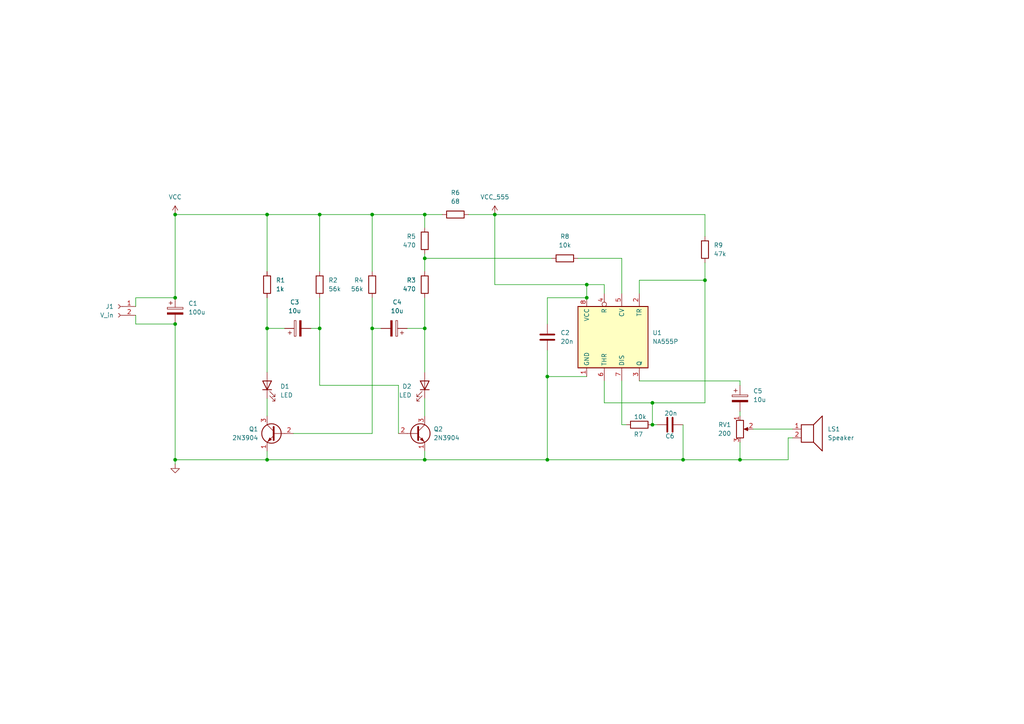
<source format=kicad_sch>
(kicad_sch
	(version 20250114)
	(generator "eeschema")
	(generator_version "9.0")
	(uuid "e9291861-5730-4a59-bb66-ccfcb7256da9")
	(paper "A4")
	(lib_symbols
		(symbol "Connector:Conn_01x02_Socket"
			(pin_names
				(offset 1.016)
				(hide yes)
			)
			(exclude_from_sim no)
			(in_bom yes)
			(on_board yes)
			(property "Reference" "J1"
				(at 1.27 0.0001 0)
				(effects
					(font
						(size 1.27 1.27)
					)
					(justify left)
				)
			)
			(property "Value" "V_in"
				(at 1.27 -2.5399 0)
				(effects
					(font
						(size 1.27 1.27)
					)
					(justify left)
				)
			)
			(property "Footprint" ""
				(at 0 0 0)
				(effects
					(font
						(size 1.27 1.27)
					)
					(hide yes)
				)
			)
			(property "Datasheet" "~"
				(at 0 0 0)
				(effects
					(font
						(size 1.27 1.27)
					)
					(hide yes)
				)
			)
			(property "Description" "Generic connector, single row, 01x02, script generated"
				(at 0 0 0)
				(effects
					(font
						(size 1.27 1.27)
					)
					(hide yes)
				)
			)
			(property "ki_locked" ""
				(at 0 0 0)
				(effects
					(font
						(size 1.27 1.27)
					)
				)
			)
			(property "ki_keywords" "connector"
				(at 0 0 0)
				(effects
					(font
						(size 1.27 1.27)
					)
					(hide yes)
				)
			)
			(property "ki_fp_filters" "Connector*:*_1x??_*"
				(at 0 0 0)
				(effects
					(font
						(size 1.27 1.27)
					)
					(hide yes)
				)
			)
			(symbol "Conn_01x02_Socket_1_1"
				(polyline
					(pts
						(xy -1.27 0) (xy -0.508 0)
					)
					(stroke
						(width 0.1524)
						(type default)
					)
					(fill
						(type none)
					)
				)
				(polyline
					(pts
						(xy -1.27 -2.54) (xy -0.508 -2.54)
					)
					(stroke
						(width 0.1524)
						(type default)
					)
					(fill
						(type none)
					)
				)
				(arc
					(start 0 -0.508)
					(mid -0.5058 0)
					(end 0 0.508)
					(stroke
						(width 0.1524)
						(type default)
					)
					(fill
						(type none)
					)
				)
				(arc
					(start 0 -3.048)
					(mid -0.5058 -2.54)
					(end 0 -2.032)
					(stroke
						(width 0.1524)
						(type default)
					)
					(fill
						(type none)
					)
				)
				(pin power_in line
					(at -5.08 0 0)
					(length 3.81)
					(name "Pin_1"
						(effects
							(font
								(size 1.27 1.27)
							)
						)
					)
					(number "1"
						(effects
							(font
								(size 1.27 1.27)
							)
						)
					)
				)
				(pin power_in line
					(at -5.08 -2.54 0)
					(length 3.81)
					(name "Pin_2"
						(effects
							(font
								(size 1.27 1.27)
							)
						)
					)
					(number "2"
						(effects
							(font
								(size 1.27 1.27)
							)
						)
					)
				)
			)
			(embedded_fonts no)
		)
		(symbol "Device:C"
			(pin_numbers
				(hide yes)
			)
			(pin_names
				(offset 0.254)
			)
			(exclude_from_sim no)
			(in_bom yes)
			(on_board yes)
			(property "Reference" "C"
				(at 0.635 2.54 0)
				(effects
					(font
						(size 1.27 1.27)
					)
					(justify left)
				)
			)
			(property "Value" "C"
				(at 0.635 -2.54 0)
				(effects
					(font
						(size 1.27 1.27)
					)
					(justify left)
				)
			)
			(property "Footprint" ""
				(at 0.9652 -3.81 0)
				(effects
					(font
						(size 1.27 1.27)
					)
					(hide yes)
				)
			)
			(property "Datasheet" "~"
				(at 0 0 0)
				(effects
					(font
						(size 1.27 1.27)
					)
					(hide yes)
				)
			)
			(property "Description" "Unpolarized capacitor"
				(at 0 0 0)
				(effects
					(font
						(size 1.27 1.27)
					)
					(hide yes)
				)
			)
			(property "ki_keywords" "cap capacitor"
				(at 0 0 0)
				(effects
					(font
						(size 1.27 1.27)
					)
					(hide yes)
				)
			)
			(property "ki_fp_filters" "C_*"
				(at 0 0 0)
				(effects
					(font
						(size 1.27 1.27)
					)
					(hide yes)
				)
			)
			(symbol "C_0_1"
				(polyline
					(pts
						(xy -2.032 0.762) (xy 2.032 0.762)
					)
					(stroke
						(width 0.508)
						(type default)
					)
					(fill
						(type none)
					)
				)
				(polyline
					(pts
						(xy -2.032 -0.762) (xy 2.032 -0.762)
					)
					(stroke
						(width 0.508)
						(type default)
					)
					(fill
						(type none)
					)
				)
			)
			(symbol "C_1_1"
				(pin passive line
					(at 0 3.81 270)
					(length 2.794)
					(name "~"
						(effects
							(font
								(size 1.27 1.27)
							)
						)
					)
					(number "1"
						(effects
							(font
								(size 1.27 1.27)
							)
						)
					)
				)
				(pin passive line
					(at 0 -3.81 90)
					(length 2.794)
					(name "~"
						(effects
							(font
								(size 1.27 1.27)
							)
						)
					)
					(number "2"
						(effects
							(font
								(size 1.27 1.27)
							)
						)
					)
				)
			)
			(embedded_fonts no)
		)
		(symbol "Device:C_Polarized"
			(pin_numbers
				(hide yes)
			)
			(pin_names
				(offset 0.254)
			)
			(exclude_from_sim no)
			(in_bom yes)
			(on_board yes)
			(property "Reference" "C"
				(at 0.635 2.54 0)
				(effects
					(font
						(size 1.27 1.27)
					)
					(justify left)
				)
			)
			(property "Value" "C_Polarized"
				(at 0.635 -2.54 0)
				(effects
					(font
						(size 1.27 1.27)
					)
					(justify left)
				)
			)
			(property "Footprint" ""
				(at 0.9652 -3.81 0)
				(effects
					(font
						(size 1.27 1.27)
					)
					(hide yes)
				)
			)
			(property "Datasheet" "~"
				(at 0 0 0)
				(effects
					(font
						(size 1.27 1.27)
					)
					(hide yes)
				)
			)
			(property "Description" "Polarized capacitor"
				(at 0 0 0)
				(effects
					(font
						(size 1.27 1.27)
					)
					(hide yes)
				)
			)
			(property "ki_keywords" "cap capacitor"
				(at 0 0 0)
				(effects
					(font
						(size 1.27 1.27)
					)
					(hide yes)
				)
			)
			(property "ki_fp_filters" "CP_*"
				(at 0 0 0)
				(effects
					(font
						(size 1.27 1.27)
					)
					(hide yes)
				)
			)
			(symbol "C_Polarized_0_1"
				(rectangle
					(start -2.286 0.508)
					(end 2.286 1.016)
					(stroke
						(width 0)
						(type default)
					)
					(fill
						(type none)
					)
				)
				(polyline
					(pts
						(xy -1.778 2.286) (xy -0.762 2.286)
					)
					(stroke
						(width 0)
						(type default)
					)
					(fill
						(type none)
					)
				)
				(polyline
					(pts
						(xy -1.27 2.794) (xy -1.27 1.778)
					)
					(stroke
						(width 0)
						(type default)
					)
					(fill
						(type none)
					)
				)
				(rectangle
					(start 2.286 -0.508)
					(end -2.286 -1.016)
					(stroke
						(width 0)
						(type default)
					)
					(fill
						(type outline)
					)
				)
			)
			(symbol "C_Polarized_1_1"
				(pin passive line
					(at 0 3.81 270)
					(length 2.794)
					(name "~"
						(effects
							(font
								(size 1.27 1.27)
							)
						)
					)
					(number "1"
						(effects
							(font
								(size 1.27 1.27)
							)
						)
					)
				)
				(pin passive line
					(at 0 -3.81 90)
					(length 2.794)
					(name "~"
						(effects
							(font
								(size 1.27 1.27)
							)
						)
					)
					(number "2"
						(effects
							(font
								(size 1.27 1.27)
							)
						)
					)
				)
			)
			(embedded_fonts no)
		)
		(symbol "Device:LED"
			(pin_numbers
				(hide yes)
			)
			(pin_names
				(offset 1.016)
				(hide yes)
			)
			(exclude_from_sim no)
			(in_bom yes)
			(on_board yes)
			(property "Reference" "D"
				(at 0 2.54 0)
				(effects
					(font
						(size 1.27 1.27)
					)
				)
			)
			(property "Value" "LED"
				(at 0 -2.54 0)
				(effects
					(font
						(size 1.27 1.27)
					)
				)
			)
			(property "Footprint" ""
				(at 0 0 0)
				(effects
					(font
						(size 1.27 1.27)
					)
					(hide yes)
				)
			)
			(property "Datasheet" "~"
				(at 0 0 0)
				(effects
					(font
						(size 1.27 1.27)
					)
					(hide yes)
				)
			)
			(property "Description" "Light emitting diode"
				(at 0 0 0)
				(effects
					(font
						(size 1.27 1.27)
					)
					(hide yes)
				)
			)
			(property "Sim.Pins" "1=K 2=A"
				(at 0 0 0)
				(effects
					(font
						(size 1.27 1.27)
					)
					(hide yes)
				)
			)
			(property "ki_keywords" "LED diode"
				(at 0 0 0)
				(effects
					(font
						(size 1.27 1.27)
					)
					(hide yes)
				)
			)
			(property "ki_fp_filters" "LED* LED_SMD:* LED_THT:*"
				(at 0 0 0)
				(effects
					(font
						(size 1.27 1.27)
					)
					(hide yes)
				)
			)
			(symbol "LED_0_1"
				(polyline
					(pts
						(xy -3.048 -0.762) (xy -4.572 -2.286) (xy -3.81 -2.286) (xy -4.572 -2.286) (xy -4.572 -1.524)
					)
					(stroke
						(width 0)
						(type default)
					)
					(fill
						(type none)
					)
				)
				(polyline
					(pts
						(xy -1.778 -0.762) (xy -3.302 -2.286) (xy -2.54 -2.286) (xy -3.302 -2.286) (xy -3.302 -1.524)
					)
					(stroke
						(width 0)
						(type default)
					)
					(fill
						(type none)
					)
				)
				(polyline
					(pts
						(xy -1.27 0) (xy 1.27 0)
					)
					(stroke
						(width 0)
						(type default)
					)
					(fill
						(type none)
					)
				)
				(polyline
					(pts
						(xy -1.27 -1.27) (xy -1.27 1.27)
					)
					(stroke
						(width 0.254)
						(type default)
					)
					(fill
						(type none)
					)
				)
				(polyline
					(pts
						(xy 1.27 -1.27) (xy 1.27 1.27) (xy -1.27 0) (xy 1.27 -1.27)
					)
					(stroke
						(width 0.254)
						(type default)
					)
					(fill
						(type none)
					)
				)
			)
			(symbol "LED_1_1"
				(pin passive line
					(at -3.81 0 0)
					(length 2.54)
					(name "K"
						(effects
							(font
								(size 1.27 1.27)
							)
						)
					)
					(number "1"
						(effects
							(font
								(size 1.27 1.27)
							)
						)
					)
				)
				(pin passive line
					(at 3.81 0 180)
					(length 2.54)
					(name "A"
						(effects
							(font
								(size 1.27 1.27)
							)
						)
					)
					(number "2"
						(effects
							(font
								(size 1.27 1.27)
							)
						)
					)
				)
			)
			(embedded_fonts no)
		)
		(symbol "Device:R"
			(pin_numbers
				(hide yes)
			)
			(pin_names
				(offset 0)
			)
			(exclude_from_sim no)
			(in_bom yes)
			(on_board yes)
			(property "Reference" "R"
				(at 2.032 0 90)
				(effects
					(font
						(size 1.27 1.27)
					)
				)
			)
			(property "Value" "R"
				(at 0 0 90)
				(effects
					(font
						(size 1.27 1.27)
					)
				)
			)
			(property "Footprint" ""
				(at -1.778 0 90)
				(effects
					(font
						(size 1.27 1.27)
					)
					(hide yes)
				)
			)
			(property "Datasheet" "~"
				(at 0 0 0)
				(effects
					(font
						(size 1.27 1.27)
					)
					(hide yes)
				)
			)
			(property "Description" "Resistor"
				(at 0 0 0)
				(effects
					(font
						(size 1.27 1.27)
					)
					(hide yes)
				)
			)
			(property "ki_keywords" "R res resistor"
				(at 0 0 0)
				(effects
					(font
						(size 1.27 1.27)
					)
					(hide yes)
				)
			)
			(property "ki_fp_filters" "R_*"
				(at 0 0 0)
				(effects
					(font
						(size 1.27 1.27)
					)
					(hide yes)
				)
			)
			(symbol "R_0_1"
				(rectangle
					(start -1.016 -2.54)
					(end 1.016 2.54)
					(stroke
						(width 0.254)
						(type default)
					)
					(fill
						(type none)
					)
				)
			)
			(symbol "R_1_1"
				(pin passive line
					(at 0 3.81 270)
					(length 1.27)
					(name "~"
						(effects
							(font
								(size 1.27 1.27)
							)
						)
					)
					(number "1"
						(effects
							(font
								(size 1.27 1.27)
							)
						)
					)
				)
				(pin passive line
					(at 0 -3.81 90)
					(length 1.27)
					(name "~"
						(effects
							(font
								(size 1.27 1.27)
							)
						)
					)
					(number "2"
						(effects
							(font
								(size 1.27 1.27)
							)
						)
					)
				)
			)
			(embedded_fonts no)
		)
		(symbol "Device:R_Potentiometer"
			(pin_names
				(offset 1.016)
				(hide yes)
			)
			(exclude_from_sim no)
			(in_bom yes)
			(on_board yes)
			(property "Reference" "RV"
				(at -4.445 0 90)
				(effects
					(font
						(size 1.27 1.27)
					)
				)
			)
			(property "Value" "R_Potentiometer"
				(at -2.54 0 90)
				(effects
					(font
						(size 1.27 1.27)
					)
				)
			)
			(property "Footprint" ""
				(at 0 0 0)
				(effects
					(font
						(size 1.27 1.27)
					)
					(hide yes)
				)
			)
			(property "Datasheet" "~"
				(at 0 0 0)
				(effects
					(font
						(size 1.27 1.27)
					)
					(hide yes)
				)
			)
			(property "Description" "Potentiometer"
				(at 0 0 0)
				(effects
					(font
						(size 1.27 1.27)
					)
					(hide yes)
				)
			)
			(property "ki_keywords" "resistor variable"
				(at 0 0 0)
				(effects
					(font
						(size 1.27 1.27)
					)
					(hide yes)
				)
			)
			(property "ki_fp_filters" "Potentiometer*"
				(at 0 0 0)
				(effects
					(font
						(size 1.27 1.27)
					)
					(hide yes)
				)
			)
			(symbol "R_Potentiometer_0_1"
				(rectangle
					(start 1.016 2.54)
					(end -1.016 -2.54)
					(stroke
						(width 0.254)
						(type default)
					)
					(fill
						(type none)
					)
				)
				(polyline
					(pts
						(xy 1.143 0) (xy 2.286 0.508) (xy 2.286 -0.508) (xy 1.143 0)
					)
					(stroke
						(width 0)
						(type default)
					)
					(fill
						(type outline)
					)
				)
				(polyline
					(pts
						(xy 2.54 0) (xy 1.524 0)
					)
					(stroke
						(width 0)
						(type default)
					)
					(fill
						(type none)
					)
				)
			)
			(symbol "R_Potentiometer_1_1"
				(pin passive line
					(at 0 3.81 270)
					(length 1.27)
					(name "1"
						(effects
							(font
								(size 1.27 1.27)
							)
						)
					)
					(number "1"
						(effects
							(font
								(size 1.27 1.27)
							)
						)
					)
				)
				(pin passive line
					(at 0 -3.81 90)
					(length 1.27)
					(name "3"
						(effects
							(font
								(size 1.27 1.27)
							)
						)
					)
					(number "3"
						(effects
							(font
								(size 1.27 1.27)
							)
						)
					)
				)
				(pin passive line
					(at 3.81 0 180)
					(length 1.27)
					(name "2"
						(effects
							(font
								(size 1.27 1.27)
							)
						)
					)
					(number "2"
						(effects
							(font
								(size 1.27 1.27)
							)
						)
					)
				)
			)
			(embedded_fonts no)
		)
		(symbol "Device:Speaker"
			(pin_names
				(offset 0)
				(hide yes)
			)
			(exclude_from_sim no)
			(in_bom yes)
			(on_board yes)
			(property "Reference" "LS"
				(at 1.27 5.715 0)
				(effects
					(font
						(size 1.27 1.27)
					)
					(justify right)
				)
			)
			(property "Value" "Speaker"
				(at 1.27 3.81 0)
				(effects
					(font
						(size 1.27 1.27)
					)
					(justify right)
				)
			)
			(property "Footprint" ""
				(at 0 -5.08 0)
				(effects
					(font
						(size 1.27 1.27)
					)
					(hide yes)
				)
			)
			(property "Datasheet" "~"
				(at -0.254 -1.27 0)
				(effects
					(font
						(size 1.27 1.27)
					)
					(hide yes)
				)
			)
			(property "Description" "Speaker"
				(at 0 0 0)
				(effects
					(font
						(size 1.27 1.27)
					)
					(hide yes)
				)
			)
			(property "ki_keywords" "speaker sound"
				(at 0 0 0)
				(effects
					(font
						(size 1.27 1.27)
					)
					(hide yes)
				)
			)
			(symbol "Speaker_0_0"
				(rectangle
					(start -2.54 1.27)
					(end 1.016 -3.81)
					(stroke
						(width 0.254)
						(type default)
					)
					(fill
						(type none)
					)
				)
				(polyline
					(pts
						(xy 1.016 1.27) (xy 3.556 3.81) (xy 3.556 -6.35) (xy 1.016 -3.81)
					)
					(stroke
						(width 0.254)
						(type default)
					)
					(fill
						(type none)
					)
				)
			)
			(symbol "Speaker_1_1"
				(pin input line
					(at -5.08 0 0)
					(length 2.54)
					(name "1"
						(effects
							(font
								(size 1.27 1.27)
							)
						)
					)
					(number "1"
						(effects
							(font
								(size 1.27 1.27)
							)
						)
					)
				)
				(pin input line
					(at -5.08 -2.54 0)
					(length 2.54)
					(name "2"
						(effects
							(font
								(size 1.27 1.27)
							)
						)
					)
					(number "2"
						(effects
							(font
								(size 1.27 1.27)
							)
						)
					)
				)
			)
			(embedded_fonts no)
		)
		(symbol "Timer:NA555P"
			(exclude_from_sim no)
			(in_bom yes)
			(on_board yes)
			(property "Reference" "U1"
				(at 2.1433 12.7 0)
				(effects
					(font
						(size 1.27 1.27)
					)
					(justify left)
				)
			)
			(property "Value" "NA555P"
				(at 2.1433 10.16 0)
				(effects
					(font
						(size 1.27 1.27)
					)
					(justify left)
				)
			)
			(property "Footprint" "Package_DIP:DIP-8_W7.62mm"
				(at 16.51 -10.16 0)
				(effects
					(font
						(size 1.27 1.27)
					)
					(hide yes)
				)
			)
			(property "Datasheet" "http://www.ti.com/lit/ds/symlink/ne555.pdf"
				(at 21.59 -10.16 0)
				(effects
					(font
						(size 1.27 1.27)
					)
					(hide yes)
				)
			)
			(property "Description" "Precision Timers, 555 compatible, PDIP-8"
				(at 0 0 0)
				(effects
					(font
						(size 1.27 1.27)
					)
					(hide yes)
				)
			)
			(property "ki_keywords" "single timer 555"
				(at 0 0 0)
				(effects
					(font
						(size 1.27 1.27)
					)
					(hide yes)
				)
			)
			(property "ki_fp_filters" "DIP*W7.62mm*"
				(at 0 0 0)
				(effects
					(font
						(size 1.27 1.27)
					)
					(hide yes)
				)
			)
			(symbol "NA555P_0_0"
				(pin power_in line
					(at -11.43 -10.16 0)
					(length 2.54)
					(name "VCC"
						(effects
							(font
								(size 1.27 1.27)
							)
						)
					)
					(number "8"
						(effects
							(font
								(size 1.27 1.27)
							)
						)
					)
				)
				(pin power_in line
					(at 11.43 -10.16 180)
					(length 2.54)
					(name "GND"
						(effects
							(font
								(size 1.27 1.27)
							)
						)
					)
					(number "1"
						(effects
							(font
								(size 1.27 1.27)
							)
						)
					)
				)
			)
			(symbol "NA555P_0_1"
				(rectangle
					(start -8.89 7.62)
					(end 8.89 -12.7)
					(stroke
						(width 0.254)
						(type default)
					)
					(fill
						(type background)
					)
				)
				(rectangle
					(start -8.89 7.62)
					(end 8.89 -12.7)
					(stroke
						(width 0.254)
						(type default)
					)
					(fill
						(type background)
					)
				)
			)
			(symbol "NA555P_1_1"
				(pin input line
					(at -12.7 5.08 0)
					(length 3.81)
					(name "TR"
						(effects
							(font
								(size 1.27 1.27)
							)
						)
					)
					(number "2"
						(effects
							(font
								(size 1.27 1.27)
							)
						)
					)
				)
				(pin input line
					(at -12.7 0 0)
					(length 3.81)
					(name "CV"
						(effects
							(font
								(size 1.27 1.27)
							)
						)
					)
					(number "5"
						(effects
							(font
								(size 1.27 1.27)
							)
						)
					)
				)
				(pin input inverted
					(at -12.7 -5.08 0)
					(length 3.81)
					(name "R"
						(effects
							(font
								(size 1.27 1.27)
							)
						)
					)
					(number "4"
						(effects
							(font
								(size 1.27 1.27)
							)
						)
					)
				)
				(pin output line
					(at 12.7 5.08 180)
					(length 3.81)
					(name "Q"
						(effects
							(font
								(size 1.27 1.27)
							)
						)
					)
					(number "3"
						(effects
							(font
								(size 1.27 1.27)
							)
						)
					)
				)
				(pin input line
					(at 12.7 0 180)
					(length 3.81)
					(name "DIS"
						(effects
							(font
								(size 1.27 1.27)
							)
						)
					)
					(number "7"
						(effects
							(font
								(size 1.27 1.27)
							)
						)
					)
				)
				(pin input line
					(at 12.7 -5.08 180)
					(length 3.81)
					(name "THR"
						(effects
							(font
								(size 1.27 1.27)
							)
						)
					)
					(number "6"
						(effects
							(font
								(size 1.27 1.27)
							)
						)
					)
				)
			)
			(embedded_fonts no)
		)
		(symbol "Transistor_BJT:2N3904"
			(pin_names
				(offset 0)
				(hide yes)
			)
			(exclude_from_sim no)
			(in_bom yes)
			(on_board yes)
			(property "Reference" "Q"
				(at 5.08 1.905 0)
				(effects
					(font
						(size 1.27 1.27)
					)
					(justify left)
				)
			)
			(property "Value" "2N3904"
				(at 5.08 0 0)
				(effects
					(font
						(size 1.27 1.27)
					)
					(justify left)
				)
			)
			(property "Footprint" "Package_TO_SOT_THT:TO-92_Inline"
				(at 5.08 -1.905 0)
				(effects
					(font
						(size 1.27 1.27)
						(italic yes)
					)
					(justify left)
					(hide yes)
				)
			)
			(property "Datasheet" "https://www.onsemi.com/pub/Collateral/2N3903-D.PDF"
				(at 0 0 0)
				(effects
					(font
						(size 1.27 1.27)
					)
					(justify left)
					(hide yes)
				)
			)
			(property "Description" "0.2A Ic, 40V Vce, Small Signal NPN Transistor, TO-92"
				(at 0 0 0)
				(effects
					(font
						(size 1.27 1.27)
					)
					(hide yes)
				)
			)
			(property "ki_keywords" "NPN Transistor"
				(at 0 0 0)
				(effects
					(font
						(size 1.27 1.27)
					)
					(hide yes)
				)
			)
			(property "ki_fp_filters" "TO?92*"
				(at 0 0 0)
				(effects
					(font
						(size 1.27 1.27)
					)
					(hide yes)
				)
			)
			(symbol "2N3904_0_1"
				(polyline
					(pts
						(xy -2.54 0) (xy 0.635 0)
					)
					(stroke
						(width 0)
						(type default)
					)
					(fill
						(type none)
					)
				)
				(polyline
					(pts
						(xy 0.635 1.905) (xy 0.635 -1.905)
					)
					(stroke
						(width 0.508)
						(type default)
					)
					(fill
						(type none)
					)
				)
				(circle
					(center 1.27 0)
					(radius 2.8194)
					(stroke
						(width 0.254)
						(type default)
					)
					(fill
						(type none)
					)
				)
			)
			(symbol "2N3904_1_1"
				(polyline
					(pts
						(xy 0.635 0.635) (xy 2.54 2.54)
					)
					(stroke
						(width 0)
						(type default)
					)
					(fill
						(type none)
					)
				)
				(polyline
					(pts
						(xy 0.635 -0.635) (xy 2.54 -2.54)
					)
					(stroke
						(width 0)
						(type default)
					)
					(fill
						(type none)
					)
				)
				(polyline
					(pts
						(xy 1.27 -1.778) (xy 1.778 -1.27) (xy 2.286 -2.286) (xy 1.27 -1.778)
					)
					(stroke
						(width 0)
						(type default)
					)
					(fill
						(type outline)
					)
				)
				(pin input line
					(at -5.08 0 0)
					(length 2.54)
					(name "B"
						(effects
							(font
								(size 1.27 1.27)
							)
						)
					)
					(number "2"
						(effects
							(font
								(size 1.27 1.27)
							)
						)
					)
				)
				(pin passive line
					(at 2.54 5.08 270)
					(length 2.54)
					(name "C"
						(effects
							(font
								(size 1.27 1.27)
							)
						)
					)
					(number "3"
						(effects
							(font
								(size 1.27 1.27)
							)
						)
					)
				)
				(pin passive line
					(at 2.54 -5.08 90)
					(length 2.54)
					(name "E"
						(effects
							(font
								(size 1.27 1.27)
							)
						)
					)
					(number "1"
						(effects
							(font
								(size 1.27 1.27)
							)
						)
					)
				)
			)
			(embedded_fonts no)
		)
		(symbol "power:GND"
			(power)
			(pin_numbers
				(hide yes)
			)
			(pin_names
				(offset 0)
				(hide yes)
			)
			(exclude_from_sim no)
			(in_bom yes)
			(on_board yes)
			(property "Reference" "#PWR"
				(at 0 -6.35 0)
				(effects
					(font
						(size 1.27 1.27)
					)
					(hide yes)
				)
			)
			(property "Value" "GND"
				(at 0 -3.81 0)
				(effects
					(font
						(size 1.27 1.27)
					)
				)
			)
			(property "Footprint" ""
				(at 0 0 0)
				(effects
					(font
						(size 1.27 1.27)
					)
					(hide yes)
				)
			)
			(property "Datasheet" ""
				(at 0 0 0)
				(effects
					(font
						(size 1.27 1.27)
					)
					(hide yes)
				)
			)
			(property "Description" "Power symbol creates a global label with name \"GND\" , ground"
				(at 0 0 0)
				(effects
					(font
						(size 1.27 1.27)
					)
					(hide yes)
				)
			)
			(property "ki_keywords" "global power"
				(at 0 0 0)
				(effects
					(font
						(size 1.27 1.27)
					)
					(hide yes)
				)
			)
			(symbol "GND_0_1"
				(polyline
					(pts
						(xy 0 0) (xy 0 -1.27) (xy 1.27 -1.27) (xy 0 -2.54) (xy -1.27 -1.27) (xy 0 -1.27)
					)
					(stroke
						(width 0)
						(type default)
					)
					(fill
						(type none)
					)
				)
			)
			(symbol "GND_1_1"
				(pin power_in line
					(at 0 0 270)
					(length 0)
					(name "~"
						(effects
							(font
								(size 1.27 1.27)
							)
						)
					)
					(number "1"
						(effects
							(font
								(size 1.27 1.27)
							)
						)
					)
				)
			)
			(embedded_fonts no)
		)
		(symbol "power:VCC"
			(power)
			(pin_numbers
				(hide yes)
			)
			(pin_names
				(offset 0)
				(hide yes)
			)
			(exclude_from_sim no)
			(in_bom yes)
			(on_board yes)
			(property "Reference" "#PWR"
				(at 0 -3.81 0)
				(effects
					(font
						(size 1.27 1.27)
					)
					(hide yes)
				)
			)
			(property "Value" "VCC"
				(at 0 3.556 0)
				(effects
					(font
						(size 1.27 1.27)
					)
				)
			)
			(property "Footprint" ""
				(at 0 0 0)
				(effects
					(font
						(size 1.27 1.27)
					)
					(hide yes)
				)
			)
			(property "Datasheet" ""
				(at 0 0 0)
				(effects
					(font
						(size 1.27 1.27)
					)
					(hide yes)
				)
			)
			(property "Description" "Power symbol creates a global label with name \"VCC\""
				(at 0 0 0)
				(effects
					(font
						(size 1.27 1.27)
					)
					(hide yes)
				)
			)
			(property "ki_keywords" "global power"
				(at 0 0 0)
				(effects
					(font
						(size 1.27 1.27)
					)
					(hide yes)
				)
			)
			(symbol "VCC_0_1"
				(polyline
					(pts
						(xy -0.762 1.27) (xy 0 2.54)
					)
					(stroke
						(width 0)
						(type default)
					)
					(fill
						(type none)
					)
				)
				(polyline
					(pts
						(xy 0 2.54) (xy 0.762 1.27)
					)
					(stroke
						(width 0)
						(type default)
					)
					(fill
						(type none)
					)
				)
				(polyline
					(pts
						(xy 0 0) (xy 0 2.54)
					)
					(stroke
						(width 0)
						(type default)
					)
					(fill
						(type none)
					)
				)
			)
			(symbol "VCC_1_1"
				(pin power_in line
					(at 0 0 90)
					(length 0)
					(name "~"
						(effects
							(font
								(size 1.27 1.27)
							)
						)
					)
					(number "1"
						(effects
							(font
								(size 1.27 1.27)
							)
						)
					)
				)
			)
			(embedded_fonts no)
		)
	)
	(junction
		(at 170.18 82.55)
		(diameter 0)
		(color 0 0 0 0)
		(uuid "02acce3a-5bee-4170-a725-8fcc98c5957f")
	)
	(junction
		(at 92.71 95.25)
		(diameter 0)
		(color 0 0 0 0)
		(uuid "0f42705b-0e0f-470e-8b37-296656add236")
	)
	(junction
		(at 50.8 62.23)
		(diameter 0)
		(color 0 0 0 0)
		(uuid "405d1e72-64e7-48e3-8337-f04fda5b3a50")
	)
	(junction
		(at 107.95 95.25)
		(diameter 0)
		(color 0 0 0 0)
		(uuid "4762325b-663e-4c78-b70a-034995a400a6")
	)
	(junction
		(at 50.8 93.98)
		(diameter 0)
		(color 0 0 0 0)
		(uuid "4ae59dbb-3989-4eb7-9b40-92aac5cb9fcb")
	)
	(junction
		(at 92.71 62.23)
		(diameter 0)
		(color 0 0 0 0)
		(uuid "5141cf7f-d54d-45f9-822d-8c1a7a67d3d6")
	)
	(junction
		(at 204.47 81.28)
		(diameter 0)
		(color 0 0 0 0)
		(uuid "51fba47b-a272-4c13-9947-8db0ae63deb3")
	)
	(junction
		(at 170.18 86.36)
		(diameter 0)
		(color 0 0 0 0)
		(uuid "5d47b8f8-ab72-40bb-b227-8e9d79921d3d")
	)
	(junction
		(at 158.75 109.22)
		(diameter 0)
		(color 0 0 0 0)
		(uuid "5dcb5df8-68dd-42cc-a87e-2c84a156fb12")
	)
	(junction
		(at 123.19 133.35)
		(diameter 0)
		(color 0 0 0 0)
		(uuid "64d21ab0-bf92-444e-b98a-037fce033854")
	)
	(junction
		(at 50.8 86.36)
		(diameter 0)
		(color 0 0 0 0)
		(uuid "67377ca1-941c-44ce-9891-5bf4f2fb8ff1")
	)
	(junction
		(at 123.19 74.93)
		(diameter 0)
		(color 0 0 0 0)
		(uuid "6c5d4d3d-4441-435e-97b3-b4da5ce21d52")
	)
	(junction
		(at 123.19 95.25)
		(diameter 0)
		(color 0 0 0 0)
		(uuid "74932a5c-5524-478c-b1a1-dac893499975")
	)
	(junction
		(at 77.47 62.23)
		(diameter 0)
		(color 0 0 0 0)
		(uuid "77ebc8ad-f6f4-4acd-9e10-265a242bc088")
	)
	(junction
		(at 123.19 62.23)
		(diameter 0)
		(color 0 0 0 0)
		(uuid "89513de8-8da3-4bbd-b29b-5f809a3c4e00")
	)
	(junction
		(at 107.95 62.23)
		(diameter 0)
		(color 0 0 0 0)
		(uuid "8c462443-bf2c-4410-9732-fcd386ca3598")
	)
	(junction
		(at 214.63 133.35)
		(diameter 0)
		(color 0 0 0 0)
		(uuid "995630a6-f613-4bfa-be8e-33c42f33a80d")
	)
	(junction
		(at 77.47 133.35)
		(diameter 0)
		(color 0 0 0 0)
		(uuid "b4b7caef-2e5c-4e6c-9528-6334696fc351")
	)
	(junction
		(at 158.75 133.35)
		(diameter 0)
		(color 0 0 0 0)
		(uuid "c07db59c-edda-4697-a814-877c013d51af")
	)
	(junction
		(at 143.51 62.23)
		(diameter 0)
		(color 0 0 0 0)
		(uuid "cd3d7559-3714-4210-a821-e7a6492b5efd")
	)
	(junction
		(at 198.12 133.35)
		(diameter 0)
		(color 0 0 0 0)
		(uuid "cdb55bbf-69b4-422d-8084-9381cf372957")
	)
	(junction
		(at 77.47 95.25)
		(diameter 0)
		(color 0 0 0 0)
		(uuid "cf500e15-be3f-43ab-b9b5-b3e92b91139d")
	)
	(junction
		(at 189.23 116.84)
		(diameter 0)
		(color 0 0 0 0)
		(uuid "ea1ec37f-3c19-4b57-a37a-7645ad18e808")
	)
	(junction
		(at 50.8 133.35)
		(diameter 0)
		(color 0 0 0 0)
		(uuid "f5bb505a-11c4-4480-a87d-ea0210aebc6e")
	)
	(junction
		(at 189.23 123.19)
		(diameter 0)
		(color 0 0 0 0)
		(uuid "fbf99b63-a62b-4b7b-abb8-3dac27b1d9e8")
	)
	(wire
		(pts
			(xy 77.47 115.57) (xy 77.47 120.65)
		)
		(stroke
			(width 0)
			(type default)
		)
		(uuid "03bed5fa-6964-4281-938e-46911da17901")
	)
	(wire
		(pts
			(xy 107.95 125.73) (xy 85.09 125.73)
		)
		(stroke
			(width 0)
			(type default)
		)
		(uuid "04bc262b-3794-45d6-8390-bc8cf0214569")
	)
	(wire
		(pts
			(xy 77.47 133.35) (xy 50.8 133.35)
		)
		(stroke
			(width 0)
			(type default)
		)
		(uuid "09a73e5f-56e5-48f9-a95e-3b9023fec2e1")
	)
	(wire
		(pts
			(xy 92.71 95.25) (xy 92.71 111.76)
		)
		(stroke
			(width 0)
			(type default)
		)
		(uuid "0c7c444e-7b1c-4e0e-95ae-2e69b784f868")
	)
	(wire
		(pts
			(xy 143.51 82.55) (xy 143.51 62.23)
		)
		(stroke
			(width 0)
			(type default)
		)
		(uuid "11cbdf76-f932-4141-939b-3685552e4a26")
	)
	(wire
		(pts
			(xy 143.51 62.23) (xy 204.47 62.23)
		)
		(stroke
			(width 0)
			(type default)
		)
		(uuid "11e8893d-4ed9-4d58-83bb-24b59555edbe")
	)
	(wire
		(pts
			(xy 115.57 111.76) (xy 115.57 125.73)
		)
		(stroke
			(width 0)
			(type default)
		)
		(uuid "1bfdca90-65ee-485a-8922-2d5ee7aa8224")
	)
	(wire
		(pts
			(xy 123.19 115.57) (xy 123.19 120.65)
		)
		(stroke
			(width 0)
			(type default)
		)
		(uuid "2500ab7c-2d71-462f-aefa-b61c8aa52804")
	)
	(wire
		(pts
			(xy 189.23 116.84) (xy 175.26 116.84)
		)
		(stroke
			(width 0)
			(type default)
		)
		(uuid "2729033b-049c-4fe8-850d-b4fc50de7e44")
	)
	(wire
		(pts
			(xy 204.47 81.28) (xy 204.47 116.84)
		)
		(stroke
			(width 0)
			(type default)
		)
		(uuid "2ba5a18a-6f5e-4216-96ab-fd444990f30d")
	)
	(wire
		(pts
			(xy 123.19 130.81) (xy 123.19 133.35)
		)
		(stroke
			(width 0)
			(type default)
		)
		(uuid "2c40756f-a084-4ff5-91ae-e07a3295992f")
	)
	(wire
		(pts
			(xy 185.42 81.28) (xy 204.47 81.28)
		)
		(stroke
			(width 0)
			(type default)
		)
		(uuid "2ff390b4-cfb0-4b64-8866-188e455b669c")
	)
	(wire
		(pts
			(xy 158.75 109.22) (xy 158.75 133.35)
		)
		(stroke
			(width 0)
			(type default)
		)
		(uuid "303710f1-5568-4acc-b33a-7519b64a1372")
	)
	(wire
		(pts
			(xy 170.18 109.22) (xy 158.75 109.22)
		)
		(stroke
			(width 0)
			(type default)
		)
		(uuid "32b0ea40-1974-45df-b723-2028759b41d1")
	)
	(wire
		(pts
			(xy 77.47 86.36) (xy 77.47 95.25)
		)
		(stroke
			(width 0)
			(type default)
		)
		(uuid "39416ece-5a98-4494-ab35-7430af272f0e")
	)
	(wire
		(pts
			(xy 198.12 123.19) (xy 198.12 133.35)
		)
		(stroke
			(width 0)
			(type default)
		)
		(uuid "3aa3ca40-bb13-4704-a04c-7e58e62d335e")
	)
	(wire
		(pts
			(xy 77.47 62.23) (xy 77.47 78.74)
		)
		(stroke
			(width 0)
			(type default)
		)
		(uuid "401e5f4b-7f76-4265-aa8c-de962429aef4")
	)
	(wire
		(pts
			(xy 170.18 82.55) (xy 170.18 86.36)
		)
		(stroke
			(width 0)
			(type default)
		)
		(uuid "40b0448a-4f93-4cbd-a06c-ef8354bd021f")
	)
	(wire
		(pts
			(xy 77.47 130.81) (xy 77.47 133.35)
		)
		(stroke
			(width 0)
			(type default)
		)
		(uuid "4830faef-4d65-4072-a9b0-09d93519ff35")
	)
	(wire
		(pts
			(xy 123.19 62.23) (xy 123.19 66.04)
		)
		(stroke
			(width 0)
			(type default)
		)
		(uuid "48dc5d81-1eeb-4758-a6d8-fafbf248d4a3")
	)
	(wire
		(pts
			(xy 50.8 62.23) (xy 50.8 86.36)
		)
		(stroke
			(width 0)
			(type default)
		)
		(uuid "4b9c9abb-3a15-4e22-8fc6-9f9e1eac7c99")
	)
	(wire
		(pts
			(xy 228.6 127) (xy 228.6 133.35)
		)
		(stroke
			(width 0)
			(type default)
		)
		(uuid "4e913273-b9a0-46ea-9c70-446dca09a49f")
	)
	(wire
		(pts
			(xy 228.6 133.35) (xy 214.63 133.35)
		)
		(stroke
			(width 0)
			(type default)
		)
		(uuid "556b027d-4288-40ed-90bb-5a4fae94a60f")
	)
	(wire
		(pts
			(xy 123.19 86.36) (xy 123.19 95.25)
		)
		(stroke
			(width 0)
			(type default)
		)
		(uuid "56ac7eab-ebd5-4779-bad2-73afd6fec920")
	)
	(wire
		(pts
			(xy 50.8 134.62) (xy 50.8 133.35)
		)
		(stroke
			(width 0)
			(type default)
		)
		(uuid "58b51357-d85c-43ee-ba5b-a71a1cf7afdf")
	)
	(wire
		(pts
			(xy 92.71 86.36) (xy 92.71 95.25)
		)
		(stroke
			(width 0)
			(type default)
		)
		(uuid "592d0975-cb20-434f-8636-1ed3240446b7")
	)
	(wire
		(pts
			(xy 185.42 85.09) (xy 185.42 81.28)
		)
		(stroke
			(width 0)
			(type default)
		)
		(uuid "5a293279-a5ca-4c3c-8044-4d63b7475604")
	)
	(wire
		(pts
			(xy 170.18 82.55) (xy 143.51 82.55)
		)
		(stroke
			(width 0)
			(type default)
		)
		(uuid "5e8755b0-48a3-4459-8e30-96e172c2fa1f")
	)
	(wire
		(pts
			(xy 50.8 93.98) (xy 39.37 93.98)
		)
		(stroke
			(width 0)
			(type default)
		)
		(uuid "5e93b486-9194-40e0-adbb-f5fbf136d84d")
	)
	(wire
		(pts
			(xy 180.34 123.19) (xy 181.61 123.19)
		)
		(stroke
			(width 0)
			(type default)
		)
		(uuid "627cf8f2-7ecb-4118-aa32-e2e5bcc8940c")
	)
	(wire
		(pts
			(xy 180.34 110.49) (xy 180.34 123.19)
		)
		(stroke
			(width 0)
			(type default)
		)
		(uuid "67401d17-ad98-4f9b-b2af-026d31e84fa4")
	)
	(wire
		(pts
			(xy 123.19 74.93) (xy 160.02 74.93)
		)
		(stroke
			(width 0)
			(type default)
		)
		(uuid "6c242b9a-95c8-4bb1-abff-e290adb96b98")
	)
	(wire
		(pts
			(xy 123.19 62.23) (xy 107.95 62.23)
		)
		(stroke
			(width 0)
			(type default)
		)
		(uuid "6c46d8fd-55b0-4fc6-a175-03b83300b436")
	)
	(wire
		(pts
			(xy 175.26 116.84) (xy 175.26 110.49)
		)
		(stroke
			(width 0)
			(type default)
		)
		(uuid "6ec4150b-391b-4218-bfe9-96e33131c160")
	)
	(wire
		(pts
			(xy 214.63 119.38) (xy 214.63 120.65)
		)
		(stroke
			(width 0)
			(type default)
		)
		(uuid "78c76d23-1652-4c46-9c0f-2af92e6bc6fe")
	)
	(wire
		(pts
			(xy 185.42 110.49) (xy 214.63 110.49)
		)
		(stroke
			(width 0)
			(type default)
		)
		(uuid "7cb79bad-2040-4f24-aaac-46e0be43d136")
	)
	(wire
		(pts
			(xy 107.95 62.23) (xy 107.95 78.74)
		)
		(stroke
			(width 0)
			(type default)
		)
		(uuid "7ce395ac-3a14-46e7-bdfd-b88af523103d")
	)
	(wire
		(pts
			(xy 107.95 62.23) (xy 92.71 62.23)
		)
		(stroke
			(width 0)
			(type default)
		)
		(uuid "7f28f3f2-9843-4ca0-8487-70f5f8aec41a")
	)
	(wire
		(pts
			(xy 189.23 116.84) (xy 189.23 123.19)
		)
		(stroke
			(width 0)
			(type default)
		)
		(uuid "82f4dae9-7aae-43c4-9169-efd5b87f89cd")
	)
	(wire
		(pts
			(xy 123.19 74.93) (xy 123.19 78.74)
		)
		(stroke
			(width 0)
			(type default)
		)
		(uuid "836bf18f-879b-427c-9f06-aeb7856a07af")
	)
	(wire
		(pts
			(xy 107.95 95.25) (xy 110.49 95.25)
		)
		(stroke
			(width 0)
			(type default)
		)
		(uuid "8f4a1e54-f885-4919-ac44-0bd122d0d3fa")
	)
	(wire
		(pts
			(xy 135.89 62.23) (xy 143.51 62.23)
		)
		(stroke
			(width 0)
			(type default)
		)
		(uuid "91641fd3-8345-49f6-b8c1-c076b533a6e8")
	)
	(wire
		(pts
			(xy 92.71 62.23) (xy 77.47 62.23)
		)
		(stroke
			(width 0)
			(type default)
		)
		(uuid "93b068db-69db-44de-a592-5c1d74c238b3")
	)
	(wire
		(pts
			(xy 170.18 86.36) (xy 158.75 86.36)
		)
		(stroke
			(width 0)
			(type default)
		)
		(uuid "954cea25-8926-41b7-bf1a-8e31f8671bf4")
	)
	(wire
		(pts
			(xy 92.71 62.23) (xy 92.71 78.74)
		)
		(stroke
			(width 0)
			(type default)
		)
		(uuid "9c116d8c-9be6-4473-bab5-7f1685ace0e0")
	)
	(wire
		(pts
			(xy 175.26 85.09) (xy 175.26 82.55)
		)
		(stroke
			(width 0)
			(type default)
		)
		(uuid "a10e1227-8284-4ee2-b720-262e98f5e9e5")
	)
	(wire
		(pts
			(xy 92.71 111.76) (xy 115.57 111.76)
		)
		(stroke
			(width 0)
			(type default)
		)
		(uuid "a3d9f608-e8c3-44cb-b49e-2e419f8f98fe")
	)
	(wire
		(pts
			(xy 175.26 82.55) (xy 170.18 82.55)
		)
		(stroke
			(width 0)
			(type default)
		)
		(uuid "a52beda8-4b22-4f98-839c-3367bad84875")
	)
	(wire
		(pts
			(xy 180.34 74.93) (xy 180.34 85.09)
		)
		(stroke
			(width 0)
			(type default)
		)
		(uuid "a64a8603-d9c4-442d-b15b-af36b460c40a")
	)
	(wire
		(pts
			(xy 204.47 116.84) (xy 189.23 116.84)
		)
		(stroke
			(width 0)
			(type default)
		)
		(uuid "a665512f-335d-40e0-ad2c-7fbe15d7944a")
	)
	(wire
		(pts
			(xy 50.8 62.23) (xy 77.47 62.23)
		)
		(stroke
			(width 0)
			(type default)
		)
		(uuid "adb92028-8b10-4263-a64c-c111b8111410")
	)
	(wire
		(pts
			(xy 128.27 62.23) (xy 123.19 62.23)
		)
		(stroke
			(width 0)
			(type default)
		)
		(uuid "afba4b44-8e0c-4bdd-a752-a63de767bace")
	)
	(wire
		(pts
			(xy 39.37 93.98) (xy 39.37 91.44)
		)
		(stroke
			(width 0)
			(type default)
		)
		(uuid "b1218a99-10fc-453f-99c4-ac8afd7dda68")
	)
	(wire
		(pts
			(xy 39.37 88.9) (xy 39.37 86.36)
		)
		(stroke
			(width 0)
			(type default)
		)
		(uuid "b1a7f6f2-9203-4719-bd47-40cdf6744e2d")
	)
	(wire
		(pts
			(xy 77.47 95.25) (xy 82.55 95.25)
		)
		(stroke
			(width 0)
			(type default)
		)
		(uuid "b3b95eaf-7de5-4b67-a350-109f656e1b14")
	)
	(wire
		(pts
			(xy 39.37 86.36) (xy 50.8 86.36)
		)
		(stroke
			(width 0)
			(type default)
		)
		(uuid "b6b82a1a-3243-4d42-a992-c518c9ec98dd")
	)
	(wire
		(pts
			(xy 92.71 95.25) (xy 90.17 95.25)
		)
		(stroke
			(width 0)
			(type default)
		)
		(uuid "b9c7ae12-5ce3-4a68-b7ee-9517b4d6c4c8")
	)
	(wire
		(pts
			(xy 204.47 62.23) (xy 204.47 68.58)
		)
		(stroke
			(width 0)
			(type default)
		)
		(uuid "b9cf5a7d-0f68-4893-99e6-6b7f01abd349")
	)
	(wire
		(pts
			(xy 123.19 133.35) (xy 77.47 133.35)
		)
		(stroke
			(width 0)
			(type default)
		)
		(uuid "baa25214-aee5-40b1-bb71-7df409c9fd19")
	)
	(wire
		(pts
			(xy 77.47 95.25) (xy 77.47 107.95)
		)
		(stroke
			(width 0)
			(type default)
		)
		(uuid "bbe5286c-bccc-4990-a41c-247b2adcb63b")
	)
	(wire
		(pts
			(xy 158.75 133.35) (xy 123.19 133.35)
		)
		(stroke
			(width 0)
			(type default)
		)
		(uuid "bc24a2f1-953c-4f34-b86d-8a2a8c6ad2d2")
	)
	(wire
		(pts
			(xy 204.47 76.2) (xy 204.47 81.28)
		)
		(stroke
			(width 0)
			(type default)
		)
		(uuid "bce68766-4a8f-448e-b79d-7c426fb3a318")
	)
	(wire
		(pts
			(xy 123.19 95.25) (xy 123.19 107.95)
		)
		(stroke
			(width 0)
			(type default)
		)
		(uuid "c72baeda-87b3-4c59-8ede-c75fb97cb3d7")
	)
	(wire
		(pts
			(xy 218.44 124.46) (xy 229.87 124.46)
		)
		(stroke
			(width 0)
			(type default)
		)
		(uuid "cc07facb-4889-4187-addf-e3517ea725a0")
	)
	(wire
		(pts
			(xy 214.63 110.49) (xy 214.63 111.76)
		)
		(stroke
			(width 0)
			(type default)
		)
		(uuid "d1e637a7-95a2-41b6-bcb5-187a9b423124")
	)
	(wire
		(pts
			(xy 158.75 86.36) (xy 158.75 93.98)
		)
		(stroke
			(width 0)
			(type default)
		)
		(uuid "db405c9f-e439-47f6-b729-bf82f1b7a8eb")
	)
	(wire
		(pts
			(xy 198.12 133.35) (xy 158.75 133.35)
		)
		(stroke
			(width 0)
			(type default)
		)
		(uuid "dbbba795-eb02-4c67-a6f1-ab9c0ffd9137")
	)
	(wire
		(pts
			(xy 228.6 127) (xy 229.87 127)
		)
		(stroke
			(width 0)
			(type default)
		)
		(uuid "dc2eceea-bb9b-42eb-bac3-7161691fc0cd")
	)
	(wire
		(pts
			(xy 118.11 95.25) (xy 123.19 95.25)
		)
		(stroke
			(width 0)
			(type default)
		)
		(uuid "dd1c17b3-7ffc-4e31-b127-7c0db33d0298")
	)
	(wire
		(pts
			(xy 214.63 128.27) (xy 214.63 133.35)
		)
		(stroke
			(width 0)
			(type default)
		)
		(uuid "dfe30e23-b749-4344-8a96-f119ec0b3464")
	)
	(wire
		(pts
			(xy 167.64 74.93) (xy 180.34 74.93)
		)
		(stroke
			(width 0)
			(type default)
		)
		(uuid "e1ac64c8-fa6c-475e-befd-8aecfe0fbfa0")
	)
	(wire
		(pts
			(xy 190.5 123.19) (xy 189.23 123.19)
		)
		(stroke
			(width 0)
			(type default)
		)
		(uuid "e4bedd00-2f3f-4f4e-91ed-996bee9ed5e7")
	)
	(wire
		(pts
			(xy 214.63 133.35) (xy 198.12 133.35)
		)
		(stroke
			(width 0)
			(type default)
		)
		(uuid "e6a153f8-49b1-4b2b-abae-8c7d5da2e2db")
	)
	(wire
		(pts
			(xy 107.95 86.36) (xy 107.95 95.25)
		)
		(stroke
			(width 0)
			(type default)
		)
		(uuid "e9ca3c96-515c-4106-8fa0-3ae5ee5b4e51")
	)
	(wire
		(pts
			(xy 123.19 73.66) (xy 123.19 74.93)
		)
		(stroke
			(width 0)
			(type default)
		)
		(uuid "ee05c40e-21b4-4bd0-ba29-79c64c265da7")
	)
	(wire
		(pts
			(xy 50.8 133.35) (xy 50.8 93.98)
		)
		(stroke
			(width 0)
			(type default)
		)
		(uuid "ee7c2745-7f20-4586-813c-c1b0a795aa4e")
	)
	(wire
		(pts
			(xy 107.95 95.25) (xy 107.95 125.73)
		)
		(stroke
			(width 0)
			(type default)
		)
		(uuid "eeff7b02-f1ab-439e-8248-915d9f6441a7")
	)
	(wire
		(pts
			(xy 158.75 101.6) (xy 158.75 109.22)
		)
		(stroke
			(width 0)
			(type default)
		)
		(uuid "fa6f26b4-d947-4210-af39-eb9a4e768dd0")
	)
	(symbol
		(lib_id "Device:R")
		(at 92.71 82.55 0)
		(unit 1)
		(exclude_from_sim no)
		(in_bom yes)
		(on_board yes)
		(dnp no)
		(fields_autoplaced yes)
		(uuid "1e50f8d3-0c84-400e-a179-3842a932495a")
		(property "Reference" "R2"
			(at 95.25 81.2799 0)
			(effects
				(font
					(size 1.27 1.27)
				)
				(justify left)
			)
		)
		(property "Value" "56k"
			(at 95.25 83.8199 0)
			(effects
				(font
					(size 1.27 1.27)
				)
				(justify left)
			)
		)
		(property "Footprint" "Resistor_THT:R_Axial_DIN0207_L6.3mm_D2.5mm_P7.62mm_Horizontal"
			(at 90.932 82.55 90)
			(effects
				(font
					(size 1.27 1.27)
				)
				(hide yes)
			)
		)
		(property "Datasheet" "~"
			(at 92.71 82.55 0)
			(effects
				(font
					(size 1.27 1.27)
				)
				(hide yes)
			)
		)
		(property "Description" "Resistor"
			(at 92.71 82.55 0)
			(effects
				(font
					(size 1.27 1.27)
				)
				(hide yes)
			)
		)
		(pin "1"
			(uuid "b8ea1f87-c1ab-4926-902e-733f2a306a6e")
		)
		(pin "2"
			(uuid "4ddf4034-7b78-4e88-8f1f-9238c3de1e59")
		)
		(instances
			(project "new"
				(path "/e9291861-5730-4a59-bb66-ccfcb7256da9"
					(reference "R2")
					(unit 1)
				)
			)
		)
	)
	(symbol
		(lib_id "Device:LED")
		(at 123.19 111.76 270)
		(mirror x)
		(unit 1)
		(exclude_from_sim no)
		(in_bom yes)
		(on_board yes)
		(dnp no)
		(fields_autoplaced yes)
		(uuid "2a611085-3f88-44dc-b037-dffbfa85a2d4")
		(property "Reference" "D2"
			(at 119.38 112.0774 90)
			(effects
				(font
					(size 1.27 1.27)
				)
				(justify right)
			)
		)
		(property "Value" "LED"
			(at 119.38 114.6174 90)
			(effects
				(font
					(size 1.27 1.27)
				)
				(justify right)
			)
		)
		(property "Footprint" "LED_THT:LED_D3.0mm"
			(at 123.19 111.76 0)
			(effects
				(font
					(size 1.27 1.27)
				)
				(hide yes)
			)
		)
		(property "Datasheet" "~"
			(at 123.19 111.76 0)
			(effects
				(font
					(size 1.27 1.27)
				)
				(hide yes)
			)
		)
		(property "Description" "Light emitting diode"
			(at 123.19 111.76 0)
			(effects
				(font
					(size 1.27 1.27)
				)
				(hide yes)
			)
		)
		(property "Sim.Pins" "1=K 2=A"
			(at 123.19 111.76 0)
			(effects
				(font
					(size 1.27 1.27)
				)
				(hide yes)
			)
		)
		(pin "1"
			(uuid "d9ea43b6-a58b-4543-a011-4a908cd744ae")
		)
		(pin "2"
			(uuid "8c6e6059-b33d-45df-918e-c2829b8e6490")
		)
		(instances
			(project "new"
				(path "/e9291861-5730-4a59-bb66-ccfcb7256da9"
					(reference "D2")
					(unit 1)
				)
			)
		)
	)
	(symbol
		(lib_id "Device:C_Polarized")
		(at 114.3 95.25 270)
		(mirror x)
		(unit 1)
		(exclude_from_sim no)
		(in_bom yes)
		(on_board yes)
		(dnp no)
		(fields_autoplaced yes)
		(uuid "397df789-54ef-46c8-b48d-c2bcd4b43d4e")
		(property "Reference" "C4"
			(at 115.189 87.63 90)
			(effects
				(font
					(size 1.27 1.27)
				)
			)
		)
		(property "Value" "10u"
			(at 115.189 90.17 90)
			(effects
				(font
					(size 1.27 1.27)
				)
			)
		)
		(property "Footprint" "Capacitor_THT:C_Radial_D6.3mm_H11.0mm_P2.50mm"
			(at 110.49 94.2848 0)
			(effects
				(font
					(size 1.27 1.27)
				)
				(hide yes)
			)
		)
		(property "Datasheet" "~"
			(at 114.3 95.25 0)
			(effects
				(font
					(size 1.27 1.27)
				)
				(hide yes)
			)
		)
		(property "Description" "Polarized capacitor"
			(at 114.3 95.25 0)
			(effects
				(font
					(size 1.27 1.27)
				)
				(hide yes)
			)
		)
		(pin "1"
			(uuid "30d8be4c-50eb-4b25-a4ff-2c9b0f67e998")
		)
		(pin "2"
			(uuid "ac61eaf1-2509-4ce1-9726-54df90da5b40")
		)
		(instances
			(project "new"
				(path "/e9291861-5730-4a59-bb66-ccfcb7256da9"
					(reference "C4")
					(unit 1)
				)
			)
		)
	)
	(symbol
		(lib_id "Device:LED")
		(at 77.47 111.76 90)
		(unit 1)
		(exclude_from_sim no)
		(in_bom yes)
		(on_board yes)
		(dnp no)
		(fields_autoplaced yes)
		(uuid "3a397d3f-66ef-4622-8823-f2fbac27fd39")
		(property "Reference" "D1"
			(at 81.28 112.0774 90)
			(effects
				(font
					(size 1.27 1.27)
				)
				(justify right)
			)
		)
		(property "Value" "LED"
			(at 81.28 114.6174 90)
			(effects
				(font
					(size 1.27 1.27)
				)
				(justify right)
			)
		)
		(property "Footprint" "LED_THT:LED_D3.0mm"
			(at 77.47 111.76 0)
			(effects
				(font
					(size 1.27 1.27)
				)
				(hide yes)
			)
		)
		(property "Datasheet" "~"
			(at 77.47 111.76 0)
			(effects
				(font
					(size 1.27 1.27)
				)
				(hide yes)
			)
		)
		(property "Description" "Light emitting diode"
			(at 77.47 111.76 0)
			(effects
				(font
					(size 1.27 1.27)
				)
				(hide yes)
			)
		)
		(property "Sim.Pins" "1=K 2=A"
			(at 77.47 111.76 0)
			(effects
				(font
					(size 1.27 1.27)
				)
				(hide yes)
			)
		)
		(pin "1"
			(uuid "df132ac2-71f8-4174-8f41-91f8a7264e7d")
		)
		(pin "2"
			(uuid "ba142397-1024-4de2-af98-095f3c855412")
		)
		(instances
			(project ""
				(path "/e9291861-5730-4a59-bb66-ccfcb7256da9"
					(reference "D1")
					(unit 1)
				)
			)
		)
	)
	(symbol
		(lib_id "Device:R")
		(at 123.19 69.85 0)
		(mirror y)
		(unit 1)
		(exclude_from_sim no)
		(in_bom yes)
		(on_board yes)
		(dnp no)
		(fields_autoplaced yes)
		(uuid "42130f7b-e345-4559-8494-ea418270a55c")
		(property "Reference" "R5"
			(at 120.65 68.5799 0)
			(effects
				(font
					(size 1.27 1.27)
				)
				(justify left)
			)
		)
		(property "Value" "470"
			(at 120.65 71.1199 0)
			(effects
				(font
					(size 1.27 1.27)
				)
				(justify left)
			)
		)
		(property "Footprint" "Resistor_THT:R_Axial_DIN0207_L6.3mm_D2.5mm_P7.62mm_Horizontal"
			(at 124.968 69.85 90)
			(effects
				(font
					(size 1.27 1.27)
				)
				(hide yes)
			)
		)
		(property "Datasheet" "~"
			(at 123.19 69.85 0)
			(effects
				(font
					(size 1.27 1.27)
				)
				(hide yes)
			)
		)
		(property "Description" "Resistor"
			(at 123.19 69.85 0)
			(effects
				(font
					(size 1.27 1.27)
				)
				(hide yes)
			)
		)
		(pin "1"
			(uuid "84ca9976-8761-4d36-8c30-a74cd1ec55d4")
		)
		(pin "2"
			(uuid "81f93bb7-f2b8-4aa5-a0ca-51bbd17cd2b7")
		)
		(instances
			(project "new"
				(path "/e9291861-5730-4a59-bb66-ccfcb7256da9"
					(reference "R5")
					(unit 1)
				)
			)
		)
	)
	(symbol
		(lib_id "Device:R")
		(at 163.83 74.93 90)
		(unit 1)
		(exclude_from_sim no)
		(in_bom yes)
		(on_board yes)
		(dnp no)
		(fields_autoplaced yes)
		(uuid "51fd68cb-7e95-4950-a16d-4979b76c0897")
		(property "Reference" "R8"
			(at 163.83 68.58 90)
			(effects
				(font
					(size 1.27 1.27)
				)
			)
		)
		(property "Value" "10k"
			(at 163.83 71.12 90)
			(effects
				(font
					(size 1.27 1.27)
				)
			)
		)
		(property "Footprint" "Resistor_THT:R_Axial_DIN0207_L6.3mm_D2.5mm_P7.62mm_Horizontal"
			(at 163.83 76.708 90)
			(effects
				(font
					(size 1.27 1.27)
				)
				(hide yes)
			)
		)
		(property "Datasheet" "~"
			(at 163.83 74.93 0)
			(effects
				(font
					(size 1.27 1.27)
				)
				(hide yes)
			)
		)
		(property "Description" "Resistor"
			(at 163.83 74.93 0)
			(effects
				(font
					(size 1.27 1.27)
				)
				(hide yes)
			)
		)
		(pin "1"
			(uuid "369093c7-8153-4537-a79d-85e5f856b1c2")
		)
		(pin "2"
			(uuid "a7cbf05c-816f-4d2a-80f3-1c5a0c96146c")
		)
		(instances
			(project "new"
				(path "/e9291861-5730-4a59-bb66-ccfcb7256da9"
					(reference "R8")
					(unit 1)
				)
			)
		)
	)
	(symbol
		(lib_id "Device:R")
		(at 185.42 123.19 90)
		(unit 1)
		(exclude_from_sim no)
		(in_bom yes)
		(on_board yes)
		(dnp no)
		(uuid "5f202863-a4bc-438e-be80-2d2962c92ff3")
		(property "Reference" "R7"
			(at 185.166 125.984 90)
			(effects
				(font
					(size 1.27 1.27)
				)
			)
		)
		(property "Value" "10k"
			(at 185.674 120.904 90)
			(effects
				(font
					(size 1.27 1.27)
				)
			)
		)
		(property "Footprint" "Resistor_THT:R_Axial_DIN0207_L6.3mm_D2.5mm_P7.62mm_Horizontal"
			(at 185.42 124.968 90)
			(effects
				(font
					(size 1.27 1.27)
				)
				(hide yes)
			)
		)
		(property "Datasheet" "~"
			(at 185.42 123.19 0)
			(effects
				(font
					(size 1.27 1.27)
				)
				(hide yes)
			)
		)
		(property "Description" "Resistor"
			(at 185.42 123.19 0)
			(effects
				(font
					(size 1.27 1.27)
				)
				(hide yes)
			)
		)
		(pin "1"
			(uuid "778f477c-131f-4006-90f5-2b57c0c2bd41")
		)
		(pin "2"
			(uuid "f5050ae4-ead9-4f52-8278-8ab3252fafd5")
		)
		(instances
			(project "new"
				(path "/e9291861-5730-4a59-bb66-ccfcb7256da9"
					(reference "R7")
					(unit 1)
				)
			)
		)
	)
	(symbol
		(lib_id "Device:C_Polarized")
		(at 214.63 115.57 0)
		(unit 1)
		(exclude_from_sim no)
		(in_bom yes)
		(on_board yes)
		(dnp no)
		(fields_autoplaced yes)
		(uuid "6019a44a-b7c4-4a38-a300-ee5c7514c8fb")
		(property "Reference" "C5"
			(at 218.44 113.4109 0)
			(effects
				(font
					(size 1.27 1.27)
				)
				(justify left)
			)
		)
		(property "Value" "10u"
			(at 218.44 115.9509 0)
			(effects
				(font
					(size 1.27 1.27)
				)
				(justify left)
			)
		)
		(property "Footprint" "Capacitor_THT:C_Radial_D6.3mm_H11.0mm_P2.50mm"
			(at 215.5952 119.38 0)
			(effects
				(font
					(size 1.27 1.27)
				)
				(hide yes)
			)
		)
		(property "Datasheet" "~"
			(at 214.63 115.57 0)
			(effects
				(font
					(size 1.27 1.27)
				)
				(hide yes)
			)
		)
		(property "Description" "Polarized capacitor"
			(at 214.63 115.57 0)
			(effects
				(font
					(size 1.27 1.27)
				)
				(hide yes)
			)
		)
		(pin "1"
			(uuid "5646bf39-4600-462f-905f-2f31ce3ab8a6")
		)
		(pin "2"
			(uuid "05dea79e-eea9-47d6-a330-bd43e1078fb2")
		)
		(instances
			(project "new"
				(path "/e9291861-5730-4a59-bb66-ccfcb7256da9"
					(reference "C5")
					(unit 1)
				)
			)
		)
	)
	(symbol
		(lib_id "Device:R")
		(at 132.08 62.23 90)
		(mirror x)
		(unit 1)
		(exclude_from_sim no)
		(in_bom yes)
		(on_board yes)
		(dnp no)
		(fields_autoplaced yes)
		(uuid "6f80f6c7-223d-4db8-989b-5073473385e9")
		(property "Reference" "R6"
			(at 132.08 55.88 90)
			(effects
				(font
					(size 1.27 1.27)
				)
			)
		)
		(property "Value" "68"
			(at 132.08 58.42 90)
			(effects
				(font
					(size 1.27 1.27)
				)
			)
		)
		(property "Footprint" "Resistor_THT:R_Axial_DIN0207_L6.3mm_D2.5mm_P7.62mm_Horizontal"
			(at 132.08 60.452 90)
			(effects
				(font
					(size 1.27 1.27)
				)
				(hide yes)
			)
		)
		(property "Datasheet" "~"
			(at 132.08 62.23 0)
			(effects
				(font
					(size 1.27 1.27)
				)
				(hide yes)
			)
		)
		(property "Description" "Resistor"
			(at 132.08 62.23 0)
			(effects
				(font
					(size 1.27 1.27)
				)
				(hide yes)
			)
		)
		(pin "1"
			(uuid "ba87b58c-a02c-418a-8787-863a6e391a99")
		)
		(pin "2"
			(uuid "85bb0eda-0d21-47a8-9ad9-66c44d120091")
		)
		(instances
			(project "new"
				(path "/e9291861-5730-4a59-bb66-ccfcb7256da9"
					(reference "R6")
					(unit 1)
				)
			)
		)
	)
	(symbol
		(lib_id "Device:R")
		(at 204.47 72.39 180)
		(unit 1)
		(exclude_from_sim no)
		(in_bom yes)
		(on_board yes)
		(dnp no)
		(fields_autoplaced yes)
		(uuid "7324a9b2-563c-47eb-808d-5441797037ab")
		(property "Reference" "R9"
			(at 207.01 71.1199 0)
			(effects
				(font
					(size 1.27 1.27)
				)
				(justify right)
			)
		)
		(property "Value" "47k"
			(at 207.01 73.6599 0)
			(effects
				(font
					(size 1.27 1.27)
				)
				(justify right)
			)
		)
		(property "Footprint" "Resistor_THT:R_Axial_DIN0207_L6.3mm_D2.5mm_P7.62mm_Horizontal"
			(at 206.248 72.39 90)
			(effects
				(font
					(size 1.27 1.27)
				)
				(hide yes)
			)
		)
		(property "Datasheet" "~"
			(at 204.47 72.39 0)
			(effects
				(font
					(size 1.27 1.27)
				)
				(hide yes)
			)
		)
		(property "Description" "Resistor"
			(at 204.47 72.39 0)
			(effects
				(font
					(size 1.27 1.27)
				)
				(hide yes)
			)
		)
		(pin "1"
			(uuid "1f3a2539-5ede-4401-9b02-2a5f7ebc45ec")
		)
		(pin "2"
			(uuid "00874b0e-5105-4c10-b5ac-25b8e5089e6f")
		)
		(instances
			(project "new"
				(path "/e9291861-5730-4a59-bb66-ccfcb7256da9"
					(reference "R9")
					(unit 1)
				)
			)
		)
	)
	(symbol
		(lib_id "power:GND")
		(at 50.8 134.62 0)
		(unit 1)
		(exclude_from_sim no)
		(in_bom yes)
		(on_board yes)
		(dnp no)
		(fields_autoplaced yes)
		(uuid "747cc237-c868-4d69-9d40-fda85457fe92")
		(property "Reference" "#PWR03"
			(at 50.8 140.97 0)
			(effects
				(font
					(size 1.27 1.27)
				)
				(hide yes)
			)
		)
		(property "Value" "GND"
			(at 50.8 139.7 0)
			(effects
				(font
					(size 1.27 1.27)
				)
				(hide yes)
			)
		)
		(property "Footprint" ""
			(at 50.8 134.62 0)
			(effects
				(font
					(size 1.27 1.27)
				)
				(hide yes)
			)
		)
		(property "Datasheet" ""
			(at 50.8 134.62 0)
			(effects
				(font
					(size 1.27 1.27)
				)
				(hide yes)
			)
		)
		(property "Description" "Power symbol creates a global label with name \"GND\" , ground"
			(at 50.8 134.62 0)
			(effects
				(font
					(size 1.27 1.27)
				)
				(hide yes)
			)
		)
		(pin "1"
			(uuid "33c56efc-508b-4101-8233-0653d563515c")
		)
		(instances
			(project "new"
				(path "/e9291861-5730-4a59-bb66-ccfcb7256da9"
					(reference "#PWR03")
					(unit 1)
				)
			)
		)
	)
	(symbol
		(lib_id "Device:R")
		(at 77.47 82.55 0)
		(unit 1)
		(exclude_from_sim no)
		(in_bom yes)
		(on_board yes)
		(dnp no)
		(fields_autoplaced yes)
		(uuid "7ee4431c-0df7-4509-9c44-7e74f4b00cfc")
		(property "Reference" "R1"
			(at 80.01 81.2799 0)
			(effects
				(font
					(size 1.27 1.27)
				)
				(justify left)
			)
		)
		(property "Value" "1k"
			(at 80.01 83.8199 0)
			(effects
				(font
					(size 1.27 1.27)
				)
				(justify left)
			)
		)
		(property "Footprint" "Resistor_THT:R_Axial_DIN0207_L6.3mm_D2.5mm_P7.62mm_Horizontal"
			(at 75.692 82.55 90)
			(effects
				(font
					(size 1.27 1.27)
				)
				(hide yes)
			)
		)
		(property "Datasheet" "~"
			(at 77.47 82.55 0)
			(effects
				(font
					(size 1.27 1.27)
				)
				(hide yes)
			)
		)
		(property "Description" "Resistor"
			(at 77.47 82.55 0)
			(effects
				(font
					(size 1.27 1.27)
				)
				(hide yes)
			)
		)
		(pin "1"
			(uuid "b90eb391-1011-4f7e-8c04-507c9d89093f")
		)
		(pin "2"
			(uuid "49109a61-45d3-4360-85d2-2edf271326c9")
		)
		(instances
			(project ""
				(path "/e9291861-5730-4a59-bb66-ccfcb7256da9"
					(reference "R1")
					(unit 1)
				)
			)
		)
	)
	(symbol
		(lib_id "Device:C_Polarized")
		(at 50.8 90.17 0)
		(unit 1)
		(exclude_from_sim no)
		(in_bom yes)
		(on_board yes)
		(dnp no)
		(fields_autoplaced yes)
		(uuid "83f2f554-61f5-4df9-aad3-bf88396e5a6c")
		(property "Reference" "C1"
			(at 54.61 88.0109 0)
			(effects
				(font
					(size 1.27 1.27)
				)
				(justify left)
			)
		)
		(property "Value" "100u"
			(at 54.61 90.5509 0)
			(effects
				(font
					(size 1.27 1.27)
				)
				(justify left)
			)
		)
		(property "Footprint" "Capacitor_THT:C_Radial_D6.3mm_H11.0mm_P2.50mm"
			(at 51.7652 93.98 0)
			(effects
				(font
					(size 1.27 1.27)
				)
				(hide yes)
			)
		)
		(property "Datasheet" "~"
			(at 50.8 90.17 0)
			(effects
				(font
					(size 1.27 1.27)
				)
				(hide yes)
			)
		)
		(property "Description" "Polarized capacitor"
			(at 50.8 90.17 0)
			(effects
				(font
					(size 1.27 1.27)
				)
				(hide yes)
			)
		)
		(pin "1"
			(uuid "109527f7-4a22-4190-a533-d238349d8fb9")
		)
		(pin "2"
			(uuid "9e329de1-ffd3-48dd-8c1d-2ab0bb623d91")
		)
		(instances
			(project ""
				(path "/e9291861-5730-4a59-bb66-ccfcb7256da9"
					(reference "C1")
					(unit 1)
				)
			)
		)
	)
	(symbol
		(lib_id "Device:C")
		(at 158.75 97.79 0)
		(unit 1)
		(exclude_from_sim no)
		(in_bom yes)
		(on_board yes)
		(dnp no)
		(fields_autoplaced yes)
		(uuid "8948a67e-ff03-4501-8fbb-82a8e358e475")
		(property "Reference" "C2"
			(at 162.56 96.5199 0)
			(effects
				(font
					(size 1.27 1.27)
				)
				(justify left)
			)
		)
		(property "Value" "20n"
			(at 162.56 99.0599 0)
			(effects
				(font
					(size 1.27 1.27)
				)
				(justify left)
			)
		)
		(property "Footprint" "Capacitor_THT:C_Disc_D4.3mm_W1.9mm_P5.00mm"
			(at 159.7152 101.6 0)
			(effects
				(font
					(size 1.27 1.27)
				)
				(hide yes)
			)
		)
		(property "Datasheet" "~"
			(at 158.75 97.79 0)
			(effects
				(font
					(size 1.27 1.27)
				)
				(hide yes)
			)
		)
		(property "Description" "Unpolarized capacitor"
			(at 158.75 97.79 0)
			(effects
				(font
					(size 1.27 1.27)
				)
				(hide yes)
			)
		)
		(pin "2"
			(uuid "c0097efa-0a91-460e-910b-35a7a3b0dc1e")
		)
		(pin "1"
			(uuid "42fae310-2816-4afc-b294-e32bc196f5ad")
		)
		(instances
			(project ""
				(path "/e9291861-5730-4a59-bb66-ccfcb7256da9"
					(reference "C2")
					(unit 1)
				)
			)
		)
	)
	(symbol
		(lib_id "Timer:NA555P")
		(at 180.34 97.79 270)
		(unit 1)
		(exclude_from_sim no)
		(in_bom yes)
		(on_board yes)
		(dnp no)
		(fields_autoplaced yes)
		(uuid "89f79d30-ff7b-4093-b058-2d2d8d5019e0")
		(property "Reference" "U1"
			(at 189.23 96.5199 90)
			(effects
				(font
					(size 1.27 1.27)
				)
				(justify left)
			)
		)
		(property "Value" "NA555P"
			(at 189.23 99.0599 90)
			(effects
				(font
					(size 1.27 1.27)
				)
				(justify left)
			)
		)
		(property "Footprint" "Package_DIP:DIP-8_W7.62mm"
			(at 170.18 114.3 0)
			(effects
				(font
					(size 1.27 1.27)
				)
				(hide yes)
			)
		)
		(property "Datasheet" "http://www.ti.com/lit/ds/symlink/ne555.pdf"
			(at 170.18 119.38 0)
			(effects
				(font
					(size 1.27 1.27)
				)
				(hide yes)
			)
		)
		(property "Description" "Precision Timers, 555 compatible, PDIP-8"
			(at 180.34 97.79 0)
			(effects
				(font
					(size 1.27 1.27)
				)
				(hide yes)
			)
		)
		(pin "8"
			(uuid "52ba318c-1778-4a18-a3fd-58eb1413298f")
		)
		(pin "2"
			(uuid "2deba5c7-ed92-4a71-b26e-3c6a76ba9a33")
		)
		(pin "1"
			(uuid "2f123315-4fa4-4cdc-b1e5-4acc7bf7e9f9")
		)
		(pin "5"
			(uuid "c754457a-dac2-4713-a9d6-5abe42e69014")
		)
		(pin "3"
			(uuid "227c0a5f-140c-4484-a668-5a56ad475ce2")
		)
		(pin "6"
			(uuid "d03bfa94-18a7-411a-be1b-d8882b505cd7")
		)
		(pin "7"
			(uuid "4a2a17bd-bfaa-456c-ba9f-d96986f5209c")
		)
		(pin "4"
			(uuid "5f7a9528-4f33-44eb-aefe-b4f29cad5bf7")
		)
		(instances
			(project ""
				(path "/e9291861-5730-4a59-bb66-ccfcb7256da9"
					(reference "U1")
					(unit 1)
				)
			)
		)
	)
	(symbol
		(lib_id "Device:C_Polarized")
		(at 86.36 95.25 90)
		(unit 1)
		(exclude_from_sim no)
		(in_bom yes)
		(on_board yes)
		(dnp no)
		(fields_autoplaced yes)
		(uuid "948782f7-f8b3-41da-9448-9240d663f9cd")
		(property "Reference" "C3"
			(at 85.471 87.63 90)
			(effects
				(font
					(size 1.27 1.27)
				)
			)
		)
		(property "Value" "10u"
			(at 85.471 90.17 90)
			(effects
				(font
					(size 1.27 1.27)
				)
			)
		)
		(property "Footprint" "Capacitor_THT:C_Radial_D6.3mm_H11.0mm_P2.50mm"
			(at 90.17 94.2848 0)
			(effects
				(font
					(size 1.27 1.27)
				)
				(hide yes)
			)
		)
		(property "Datasheet" "~"
			(at 86.36 95.25 0)
			(effects
				(font
					(size 1.27 1.27)
				)
				(hide yes)
			)
		)
		(property "Description" "Polarized capacitor"
			(at 86.36 95.25 0)
			(effects
				(font
					(size 1.27 1.27)
				)
				(hide yes)
			)
		)
		(pin "1"
			(uuid "26a6434f-86d4-4abb-874f-3ea4cc4b5071")
		)
		(pin "2"
			(uuid "c899f850-9aea-4ce1-bdf1-d094d8c79b47")
		)
		(instances
			(project "new"
				(path "/e9291861-5730-4a59-bb66-ccfcb7256da9"
					(reference "C3")
					(unit 1)
				)
			)
		)
	)
	(symbol
		(lib_id "Device:C")
		(at 194.31 123.19 90)
		(unit 1)
		(exclude_from_sim no)
		(in_bom yes)
		(on_board yes)
		(dnp no)
		(uuid "967c9f8e-8b23-4fc9-a6e6-0d8cb4ba258f")
		(property "Reference" "C6"
			(at 194.31 126.492 90)
			(effects
				(font
					(size 1.27 1.27)
				)
			)
		)
		(property "Value" "20n"
			(at 194.564 119.888 90)
			(effects
				(font
					(size 1.27 1.27)
				)
			)
		)
		(property "Footprint" "Capacitor_THT:C_Disc_D4.3mm_W1.9mm_P5.00mm"
			(at 198.12 122.2248 0)
			(effects
				(font
					(size 1.27 1.27)
				)
				(hide yes)
			)
		)
		(property "Datasheet" "~"
			(at 194.31 123.19 0)
			(effects
				(font
					(size 1.27 1.27)
				)
				(hide yes)
			)
		)
		(property "Description" "Unpolarized capacitor"
			(at 194.31 123.19 0)
			(effects
				(font
					(size 1.27 1.27)
				)
				(hide yes)
			)
		)
		(pin "2"
			(uuid "ad3ccb31-5465-4d33-89e8-12b074417132")
		)
		(pin "1"
			(uuid "9cc35461-259a-474c-b662-eb6456be4711")
		)
		(instances
			(project "new"
				(path "/e9291861-5730-4a59-bb66-ccfcb7256da9"
					(reference "C6")
					(unit 1)
				)
			)
		)
	)
	(symbol
		(lib_id "Device:R")
		(at 123.19 82.55 0)
		(mirror y)
		(unit 1)
		(exclude_from_sim no)
		(in_bom yes)
		(on_board yes)
		(dnp no)
		(fields_autoplaced yes)
		(uuid "9746b828-dc9e-4893-83dd-435ba652038b")
		(property "Reference" "R3"
			(at 120.65 81.2799 0)
			(effects
				(font
					(size 1.27 1.27)
				)
				(justify left)
			)
		)
		(property "Value" "470"
			(at 120.65 83.8199 0)
			(effects
				(font
					(size 1.27 1.27)
				)
				(justify left)
			)
		)
		(property "Footprint" "Resistor_THT:R_Axial_DIN0207_L6.3mm_D2.5mm_P7.62mm_Horizontal"
			(at 124.968 82.55 90)
			(effects
				(font
					(size 1.27 1.27)
				)
				(hide yes)
			)
		)
		(property "Datasheet" "~"
			(at 123.19 82.55 0)
			(effects
				(font
					(size 1.27 1.27)
				)
				(hide yes)
			)
		)
		(property "Description" "Resistor"
			(at 123.19 82.55 0)
			(effects
				(font
					(size 1.27 1.27)
				)
				(hide yes)
			)
		)
		(pin "1"
			(uuid "b486dbf7-ab9a-44d0-9216-b5cbddb4b2ea")
		)
		(pin "2"
			(uuid "3b5ac00c-93fc-42f9-bca0-968dcfac30ec")
		)
		(instances
			(project "new"
				(path "/e9291861-5730-4a59-bb66-ccfcb7256da9"
					(reference "R3")
					(unit 1)
				)
			)
		)
	)
	(symbol
		(lib_id "Connector:Conn_01x02_Socket")
		(at 34.29 88.9 0)
		(mirror y)
		(unit 1)
		(exclude_from_sim no)
		(in_bom yes)
		(on_board yes)
		(dnp no)
		(uuid "9dd8a6b5-a31f-4279-8f52-78b63d1519b3")
		(property "Reference" "J1"
			(at 33.02 88.8999 0)
			(effects
				(font
					(size 1.27 1.27)
				)
				(justify left)
			)
		)
		(property "Value" "V_in"
			(at 33.02 91.4399 0)
			(effects
				(font
					(size 1.27 1.27)
				)
				(justify left)
			)
		)
		(property "Footprint" "Connector_PinSocket_2.54mm:PinSocket_1x02_P2.54mm_Vertical"
			(at 34.29 88.9 0)
			(effects
				(font
					(size 1.27 1.27)
				)
				(hide yes)
			)
		)
		(property "Datasheet" "~"
			(at 34.29 88.9 0)
			(effects
				(font
					(size 1.27 1.27)
				)
				(hide yes)
			)
		)
		(property "Description" "Generic connector, single row, 01x02, script generated"
			(at 34.29 88.9 0)
			(effects
				(font
					(size 1.27 1.27)
				)
				(hide yes)
			)
		)
		(pin "2"
			(uuid "b31820b8-b6a1-4791-b9e1-c9f68b7ca55e")
		)
		(pin "1"
			(uuid "995e1738-6523-4938-996d-ffe440bf1f90")
		)
		(instances
			(project ""
				(path "/e9291861-5730-4a59-bb66-ccfcb7256da9"
					(reference "J1")
					(unit 1)
				)
			)
		)
	)
	(symbol
		(lib_id "Transistor_BJT:2N3904")
		(at 120.65 125.73 0)
		(unit 1)
		(exclude_from_sim no)
		(in_bom yes)
		(on_board yes)
		(dnp no)
		(uuid "a1d43dd9-7f35-4c5a-a0af-aeb12dd0d1c8")
		(property "Reference" "Q2"
			(at 125.73 124.4599 0)
			(effects
				(font
					(size 1.27 1.27)
				)
				(justify left)
			)
		)
		(property "Value" "2N3904"
			(at 125.73 126.9999 0)
			(effects
				(font
					(size 1.27 1.27)
				)
				(justify left)
			)
		)
		(property "Footprint" "Package_TO_SOT_THT:TO-92_Inline"
			(at 125.73 127.635 0)
			(effects
				(font
					(size 1.27 1.27)
					(italic yes)
				)
				(justify left)
				(hide yes)
			)
		)
		(property "Datasheet" "https://www.onsemi.com/pub/Collateral/2N3903-D.PDF"
			(at 120.65 125.73 0)
			(effects
				(font
					(size 1.27 1.27)
				)
				(justify left)
				(hide yes)
			)
		)
		(property "Description" "0.2A Ic, 40V Vce, Small Signal NPN Transistor, TO-92"
			(at 120.65 125.73 0)
			(effects
				(font
					(size 1.27 1.27)
				)
				(hide yes)
			)
		)
		(pin "3"
			(uuid "fcac8b39-2967-4a6a-ac80-6ccbb36b2d13")
		)
		(pin "2"
			(uuid "c57f7924-92b5-4fed-ad7f-5ce44b5edbfb")
		)
		(pin "1"
			(uuid "38c80329-7201-47a6-8545-6b4342b6efc3")
		)
		(instances
			(project "new"
				(path "/e9291861-5730-4a59-bb66-ccfcb7256da9"
					(reference "Q2")
					(unit 1)
				)
			)
		)
	)
	(symbol
		(lib_id "power:VCC")
		(at 50.8 62.23 0)
		(unit 1)
		(exclude_from_sim no)
		(in_bom yes)
		(on_board yes)
		(dnp no)
		(fields_autoplaced yes)
		(uuid "a932d507-6901-465a-93dd-bf8093443566")
		(property "Reference" "#PWR04"
			(at 50.8 66.04 0)
			(effects
				(font
					(size 1.27 1.27)
				)
				(hide yes)
			)
		)
		(property "Value" "VCC"
			(at 50.8 57.15 0)
			(effects
				(font
					(size 1.27 1.27)
				)
			)
		)
		(property "Footprint" ""
			(at 50.8 62.23 0)
			(effects
				(font
					(size 1.27 1.27)
				)
				(hide yes)
			)
		)
		(property "Datasheet" ""
			(at 50.8 62.23 0)
			(effects
				(font
					(size 1.27 1.27)
				)
				(hide yes)
			)
		)
		(property "Description" "Power symbol creates a global label with name \"VCC\""
			(at 50.8 62.23 0)
			(effects
				(font
					(size 1.27 1.27)
				)
				(hide yes)
			)
		)
		(pin "1"
			(uuid "ade6aaf4-221e-48bc-b79b-8b9c4915ddca")
		)
		(instances
			(project ""
				(path "/e9291861-5730-4a59-bb66-ccfcb7256da9"
					(reference "#PWR04")
					(unit 1)
				)
			)
		)
	)
	(symbol
		(lib_id "power:VCC")
		(at 143.51 62.23 0)
		(unit 1)
		(exclude_from_sim no)
		(in_bom yes)
		(on_board yes)
		(dnp no)
		(fields_autoplaced yes)
		(uuid "c36122df-1dba-48a8-85df-fdeba2c04c51")
		(property "Reference" "#PWR09"
			(at 143.51 66.04 0)
			(effects
				(font
					(size 1.27 1.27)
				)
				(hide yes)
			)
		)
		(property "Value" "VCC_555"
			(at 143.51 57.15 0)
			(effects
				(font
					(size 1.27 1.27)
				)
			)
		)
		(property "Footprint" ""
			(at 143.51 62.23 0)
			(effects
				(font
					(size 1.27 1.27)
				)
				(hide yes)
			)
		)
		(property "Datasheet" ""
			(at 143.51 62.23 0)
			(effects
				(font
					(size 1.27 1.27)
				)
				(hide yes)
			)
		)
		(property "Description" "Power symbol creates a global label with name \"VCC\""
			(at 143.51 62.23 0)
			(effects
				(font
					(size 1.27 1.27)
				)
				(hide yes)
			)
		)
		(pin "1"
			(uuid "eca49e01-dc4b-48e2-8072-123b4a776cc2")
		)
		(instances
			(project "new"
				(path "/e9291861-5730-4a59-bb66-ccfcb7256da9"
					(reference "#PWR09")
					(unit 1)
				)
			)
		)
	)
	(symbol
		(lib_id "Device:R_Potentiometer")
		(at 214.63 124.46 0)
		(unit 1)
		(exclude_from_sim no)
		(in_bom yes)
		(on_board yes)
		(dnp no)
		(fields_autoplaced yes)
		(uuid "cc6b1ea1-a168-4bd0-86ba-bc2519d2599b")
		(property "Reference" "RV1"
			(at 212.09 123.1899 0)
			(effects
				(font
					(size 1.27 1.27)
				)
				(justify right)
			)
		)
		(property "Value" "200"
			(at 212.09 125.7299 0)
			(effects
				(font
					(size 1.27 1.27)
				)
				(justify right)
			)
		)
		(property "Footprint" "Potentiometer_THT:Potentiometer_ACP_CA9-H5_Horizontal"
			(at 214.63 124.46 0)
			(effects
				(font
					(size 1.27 1.27)
				)
				(hide yes)
			)
		)
		(property "Datasheet" "~"
			(at 214.63 124.46 0)
			(effects
				(font
					(size 1.27 1.27)
				)
				(hide yes)
			)
		)
		(property "Description" "Potentiometer"
			(at 214.63 124.46 0)
			(effects
				(font
					(size 1.27 1.27)
				)
				(hide yes)
			)
		)
		(pin "1"
			(uuid "bd032ae8-8c68-4442-b247-6df2a0570dfe")
		)
		(pin "2"
			(uuid "8e7ac900-2a2f-442a-821b-8afd3f97203f")
		)
		(pin "3"
			(uuid "b563f866-14b1-4225-bb68-448e049257cb")
		)
		(instances
			(project ""
				(path "/e9291861-5730-4a59-bb66-ccfcb7256da9"
					(reference "RV1")
					(unit 1)
				)
			)
		)
	)
	(symbol
		(lib_id "Transistor_BJT:2N3904")
		(at 80.01 125.73 0)
		(mirror y)
		(unit 1)
		(exclude_from_sim no)
		(in_bom yes)
		(on_board yes)
		(dnp no)
		(uuid "e6ec2fa6-fc7d-4805-b3aa-afc9439f9d08")
		(property "Reference" "Q1"
			(at 74.93 124.4599 0)
			(effects
				(font
					(size 1.27 1.27)
				)
				(justify left)
			)
		)
		(property "Value" "2N3904"
			(at 74.93 126.9999 0)
			(effects
				(font
					(size 1.27 1.27)
				)
				(justify left)
			)
		)
		(property "Footprint" "Package_TO_SOT_THT:TO-92_Inline"
			(at 74.93 127.635 0)
			(effects
				(font
					(size 1.27 1.27)
					(italic yes)
				)
				(justify left)
				(hide yes)
			)
		)
		(property "Datasheet" "https://www.onsemi.com/pub/Collateral/2N3903-D.PDF"
			(at 80.01 125.73 0)
			(effects
				(font
					(size 1.27 1.27)
				)
				(justify left)
				(hide yes)
			)
		)
		(property "Description" "0.2A Ic, 40V Vce, Small Signal NPN Transistor, TO-92"
			(at 80.01 125.73 0)
			(effects
				(font
					(size 1.27 1.27)
				)
				(hide yes)
			)
		)
		(pin "3"
			(uuid "1fee31de-47a8-48af-8859-f91e2f2f7f2a")
		)
		(pin "2"
			(uuid "580e2730-9048-4d0c-8dcf-6c35205346dd")
		)
		(pin "1"
			(uuid "8db8b997-6d03-4dcd-8dda-5f1b4c4972ee")
		)
		(instances
			(project ""
				(path "/e9291861-5730-4a59-bb66-ccfcb7256da9"
					(reference "Q1")
					(unit 1)
				)
			)
		)
	)
	(symbol
		(lib_id "Device:R")
		(at 107.95 82.55 0)
		(mirror y)
		(unit 1)
		(exclude_from_sim no)
		(in_bom yes)
		(on_board yes)
		(dnp no)
		(fields_autoplaced yes)
		(uuid "f37ba054-1dbc-48dc-a89d-075101faa824")
		(property "Reference" "R4"
			(at 105.41 81.2799 0)
			(effects
				(font
					(size 1.27 1.27)
				)
				(justify left)
			)
		)
		(property "Value" "56k"
			(at 105.41 83.8199 0)
			(effects
				(font
					(size 1.27 1.27)
				)
				(justify left)
			)
		)
		(property "Footprint" "Resistor_THT:R_Axial_DIN0207_L6.3mm_D2.5mm_P7.62mm_Horizontal"
			(at 109.728 82.55 90)
			(effects
				(font
					(size 1.27 1.27)
				)
				(hide yes)
			)
		)
		(property "Datasheet" "~"
			(at 107.95 82.55 0)
			(effects
				(font
					(size 1.27 1.27)
				)
				(hide yes)
			)
		)
		(property "Description" "Resistor"
			(at 107.95 82.55 0)
			(effects
				(font
					(size 1.27 1.27)
				)
				(hide yes)
			)
		)
		(pin "1"
			(uuid "c47e11db-0911-4e1e-bd82-939377756fc2")
		)
		(pin "2"
			(uuid "3806e88d-89db-408d-9104-309b6f0c0ed8")
		)
		(instances
			(project "new"
				(path "/e9291861-5730-4a59-bb66-ccfcb7256da9"
					(reference "R4")
					(unit 1)
				)
			)
		)
	)
	(symbol
		(lib_id "Device:Speaker")
		(at 234.95 124.46 0)
		(unit 1)
		(exclude_from_sim no)
		(in_bom yes)
		(on_board yes)
		(dnp no)
		(fields_autoplaced yes)
		(uuid "f8efef3d-2cfc-4736-a2aa-dc26398114bb")
		(property "Reference" "LS1"
			(at 240.03 124.4599 0)
			(effects
				(font
					(size 1.27 1.27)
				)
				(justify left)
			)
		)
		(property "Value" "Speaker"
			(at 240.03 126.9999 0)
			(effects
				(font
					(size 1.27 1.27)
				)
				(justify left)
			)
		)
		(property "Footprint" "Connector_PinSocket_2.54mm:PinSocket_1x02_P2.54mm_Vertical"
			(at 234.95 129.54 0)
			(effects
				(font
					(size 1.27 1.27)
				)
				(hide yes)
			)
		)
		(property "Datasheet" "~"
			(at 234.696 125.73 0)
			(effects
				(font
					(size 1.27 1.27)
				)
				(hide yes)
			)
		)
		(property "Description" "Speaker"
			(at 234.95 124.46 0)
			(effects
				(font
					(size 1.27 1.27)
				)
				(hide yes)
			)
		)
		(pin "1"
			(uuid "ff962991-0e47-4f89-b0de-d8874b033229")
		)
		(pin "2"
			(uuid "aa58fe8f-e57e-4a32-be67-5f81f3f25d77")
		)
		(instances
			(project ""
				(path "/e9291861-5730-4a59-bb66-ccfcb7256da9"
					(reference "LS1")
					(unit 1)
				)
			)
		)
	)
	(sheet_instances
		(path "/"
			(page "1")
		)
	)
	(embedded_fonts no)
)

</source>
